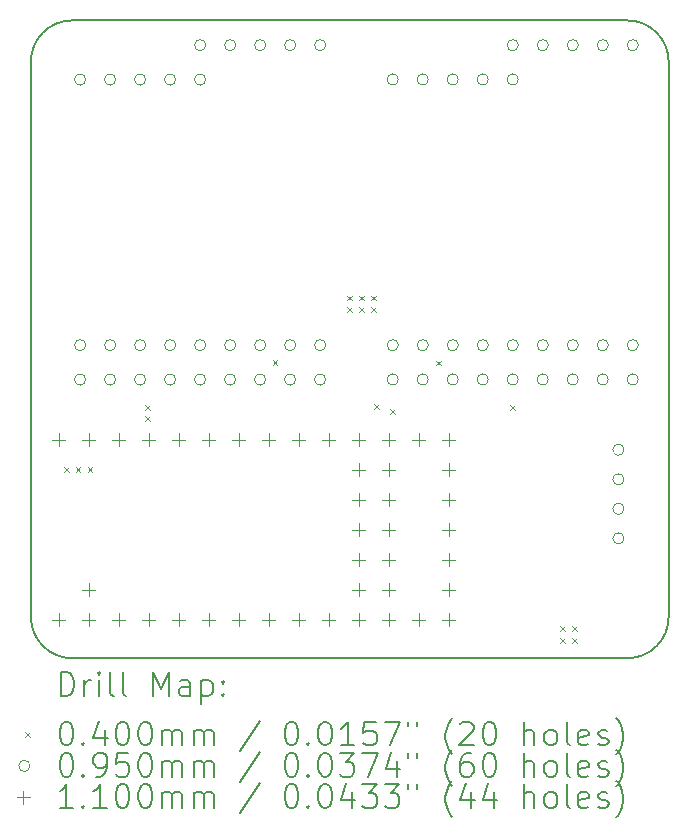
<source format=gbr>
%TF.GenerationSoftware,KiCad,Pcbnew,9.0.0*%
%TF.CreationDate,2025-04-17T11:42:54-07:00*%
%TF.ProjectId,Teensy_Telemetry_Compact,5465656e-7379-45f5-9465-6c656d657472,rev?*%
%TF.SameCoordinates,Original*%
%TF.FileFunction,Drillmap*%
%TF.FilePolarity,Positive*%
%FSLAX45Y45*%
G04 Gerber Fmt 4.5, Leading zero omitted, Abs format (unit mm)*
G04 Created by KiCad (PCBNEW 9.0.0) date 2025-04-17 11:42:54*
%MOMM*%
%LPD*%
G01*
G04 APERTURE LIST*
%ADD10C,0.150000*%
%ADD11C,0.200000*%
%ADD12C,0.100000*%
%ADD13C,0.110000*%
G04 APERTURE END LIST*
D10*
X12950000Y-13850000D02*
X8250000Y-13850000D01*
X7900000Y-8800000D02*
G75*
G02*
X8250000Y-8450000I350000J0D01*
G01*
X7900000Y-13500000D02*
X7900000Y-8800000D01*
X13300000Y-13500000D02*
G75*
G02*
X12950000Y-13850000I-350000J0D01*
G01*
X12950000Y-8450000D02*
G75*
G02*
X13300000Y-8800000I0J-350000D01*
G01*
X8250000Y-13850000D02*
G75*
G02*
X7900000Y-13500000I0J350000D01*
G01*
X8250000Y-8450000D02*
X12950000Y-8450000D01*
X13300000Y-8800000D02*
X13300000Y-13500000D01*
D11*
D12*
X8180000Y-12230000D02*
X8220000Y-12270000D01*
X8220000Y-12230000D02*
X8180000Y-12270000D01*
X8280000Y-12230000D02*
X8320000Y-12270000D01*
X8320000Y-12230000D02*
X8280000Y-12270000D01*
X8380000Y-12230000D02*
X8420000Y-12270000D01*
X8420000Y-12230000D02*
X8380000Y-12270000D01*
X8870000Y-11710000D02*
X8910000Y-11750000D01*
X8910000Y-11710000D02*
X8870000Y-11750000D01*
X8870000Y-11800000D02*
X8910000Y-11840000D01*
X8910000Y-11800000D02*
X8870000Y-11840000D01*
X9948000Y-11326000D02*
X9988000Y-11366000D01*
X9988000Y-11326000D02*
X9948000Y-11366000D01*
X10580000Y-10780000D02*
X10620000Y-10820000D01*
X10620000Y-10780000D02*
X10580000Y-10820000D01*
X10580000Y-10880000D02*
X10620000Y-10920000D01*
X10620000Y-10880000D02*
X10580000Y-10920000D01*
X10680000Y-10780000D02*
X10720000Y-10820000D01*
X10720000Y-10780000D02*
X10680000Y-10820000D01*
X10680000Y-10880000D02*
X10720000Y-10920000D01*
X10720000Y-10880000D02*
X10680000Y-10920000D01*
X10780000Y-10780000D02*
X10820000Y-10820000D01*
X10820000Y-10780000D02*
X10780000Y-10820000D01*
X10780000Y-10880000D02*
X10820000Y-10920000D01*
X10820000Y-10880000D02*
X10780000Y-10920000D01*
X10807500Y-11700000D02*
X10847500Y-11740000D01*
X10847500Y-11700000D02*
X10807500Y-11740000D01*
X10940000Y-11740000D02*
X10980000Y-11780000D01*
X10980000Y-11740000D02*
X10940000Y-11780000D01*
X11330000Y-11330000D02*
X11370000Y-11370000D01*
X11370000Y-11330000D02*
X11330000Y-11370000D01*
X11960000Y-11705000D02*
X12000000Y-11745000D01*
X12000000Y-11705000D02*
X11960000Y-11745000D01*
X12380000Y-13580000D02*
X12420000Y-13620000D01*
X12420000Y-13580000D02*
X12380000Y-13620000D01*
X12380000Y-13680000D02*
X12420000Y-13720000D01*
X12420000Y-13680000D02*
X12380000Y-13720000D01*
X12480000Y-13580000D02*
X12520000Y-13620000D01*
X12520000Y-13580000D02*
X12480000Y-13620000D01*
X12480000Y-13680000D02*
X12520000Y-13720000D01*
X12520000Y-13680000D02*
X12480000Y-13720000D01*
X8365000Y-8950500D02*
G75*
G02*
X8270000Y-8950500I-47500J0D01*
G01*
X8270000Y-8950500D02*
G75*
G02*
X8365000Y-8950500I47500J0D01*
G01*
X8365000Y-11200000D02*
G75*
G02*
X8270000Y-11200000I-47500J0D01*
G01*
X8270000Y-11200000D02*
G75*
G02*
X8365000Y-11200000I47500J0D01*
G01*
X8365000Y-11490500D02*
G75*
G02*
X8270000Y-11490500I-47500J0D01*
G01*
X8270000Y-11490500D02*
G75*
G02*
X8365000Y-11490500I47500J0D01*
G01*
X8619000Y-8950500D02*
G75*
G02*
X8524000Y-8950500I-47500J0D01*
G01*
X8524000Y-8950500D02*
G75*
G02*
X8619000Y-8950500I47500J0D01*
G01*
X8619000Y-11200000D02*
G75*
G02*
X8524000Y-11200000I-47500J0D01*
G01*
X8524000Y-11200000D02*
G75*
G02*
X8619000Y-11200000I47500J0D01*
G01*
X8619000Y-11490500D02*
G75*
G02*
X8524000Y-11490500I-47500J0D01*
G01*
X8524000Y-11490500D02*
G75*
G02*
X8619000Y-11490500I47500J0D01*
G01*
X8873000Y-8950500D02*
G75*
G02*
X8778000Y-8950500I-47500J0D01*
G01*
X8778000Y-8950500D02*
G75*
G02*
X8873000Y-8950500I47500J0D01*
G01*
X8873000Y-11200000D02*
G75*
G02*
X8778000Y-11200000I-47500J0D01*
G01*
X8778000Y-11200000D02*
G75*
G02*
X8873000Y-11200000I47500J0D01*
G01*
X8873000Y-11490500D02*
G75*
G02*
X8778000Y-11490500I-47500J0D01*
G01*
X8778000Y-11490500D02*
G75*
G02*
X8873000Y-11490500I47500J0D01*
G01*
X9127000Y-8950500D02*
G75*
G02*
X9032000Y-8950500I-47500J0D01*
G01*
X9032000Y-8950500D02*
G75*
G02*
X9127000Y-8950500I47500J0D01*
G01*
X9127000Y-11200000D02*
G75*
G02*
X9032000Y-11200000I-47500J0D01*
G01*
X9032000Y-11200000D02*
G75*
G02*
X9127000Y-11200000I47500J0D01*
G01*
X9127000Y-11490500D02*
G75*
G02*
X9032000Y-11490500I-47500J0D01*
G01*
X9032000Y-11490500D02*
G75*
G02*
X9127000Y-11490500I47500J0D01*
G01*
X9381000Y-8660000D02*
G75*
G02*
X9286000Y-8660000I-47500J0D01*
G01*
X9286000Y-8660000D02*
G75*
G02*
X9381000Y-8660000I47500J0D01*
G01*
X9381000Y-8950500D02*
G75*
G02*
X9286000Y-8950500I-47500J0D01*
G01*
X9286000Y-8950500D02*
G75*
G02*
X9381000Y-8950500I47500J0D01*
G01*
X9381000Y-11200000D02*
G75*
G02*
X9286000Y-11200000I-47500J0D01*
G01*
X9286000Y-11200000D02*
G75*
G02*
X9381000Y-11200000I47500J0D01*
G01*
X9381000Y-11490500D02*
G75*
G02*
X9286000Y-11490500I-47500J0D01*
G01*
X9286000Y-11490500D02*
G75*
G02*
X9381000Y-11490500I47500J0D01*
G01*
X9635000Y-8660000D02*
G75*
G02*
X9540000Y-8660000I-47500J0D01*
G01*
X9540000Y-8660000D02*
G75*
G02*
X9635000Y-8660000I47500J0D01*
G01*
X9635000Y-11200000D02*
G75*
G02*
X9540000Y-11200000I-47500J0D01*
G01*
X9540000Y-11200000D02*
G75*
G02*
X9635000Y-11200000I47500J0D01*
G01*
X9635000Y-11490500D02*
G75*
G02*
X9540000Y-11490500I-47500J0D01*
G01*
X9540000Y-11490500D02*
G75*
G02*
X9635000Y-11490500I47500J0D01*
G01*
X9889000Y-8660000D02*
G75*
G02*
X9794000Y-8660000I-47500J0D01*
G01*
X9794000Y-8660000D02*
G75*
G02*
X9889000Y-8660000I47500J0D01*
G01*
X9889000Y-11200000D02*
G75*
G02*
X9794000Y-11200000I-47500J0D01*
G01*
X9794000Y-11200000D02*
G75*
G02*
X9889000Y-11200000I47500J0D01*
G01*
X9889000Y-11490500D02*
G75*
G02*
X9794000Y-11490500I-47500J0D01*
G01*
X9794000Y-11490500D02*
G75*
G02*
X9889000Y-11490500I47500J0D01*
G01*
X10143000Y-8660000D02*
G75*
G02*
X10048000Y-8660000I-47500J0D01*
G01*
X10048000Y-8660000D02*
G75*
G02*
X10143000Y-8660000I47500J0D01*
G01*
X10143000Y-11200000D02*
G75*
G02*
X10048000Y-11200000I-47500J0D01*
G01*
X10048000Y-11200000D02*
G75*
G02*
X10143000Y-11200000I47500J0D01*
G01*
X10143000Y-11490500D02*
G75*
G02*
X10048000Y-11490500I-47500J0D01*
G01*
X10048000Y-11490500D02*
G75*
G02*
X10143000Y-11490500I47500J0D01*
G01*
X10397000Y-8660000D02*
G75*
G02*
X10302000Y-8660000I-47500J0D01*
G01*
X10302000Y-8660000D02*
G75*
G02*
X10397000Y-8660000I47500J0D01*
G01*
X10397000Y-11200000D02*
G75*
G02*
X10302000Y-11200000I-47500J0D01*
G01*
X10302000Y-11200000D02*
G75*
G02*
X10397000Y-11200000I47500J0D01*
G01*
X10397000Y-11490500D02*
G75*
G02*
X10302000Y-11490500I-47500J0D01*
G01*
X10302000Y-11490500D02*
G75*
G02*
X10397000Y-11490500I47500J0D01*
G01*
X11011500Y-8950000D02*
G75*
G02*
X10916500Y-8950000I-47500J0D01*
G01*
X10916500Y-8950000D02*
G75*
G02*
X11011500Y-8950000I47500J0D01*
G01*
X11011500Y-11200000D02*
G75*
G02*
X10916500Y-11200000I-47500J0D01*
G01*
X10916500Y-11200000D02*
G75*
G02*
X11011500Y-11200000I47500J0D01*
G01*
X11011500Y-11490000D02*
G75*
G02*
X10916500Y-11490000I-47500J0D01*
G01*
X10916500Y-11490000D02*
G75*
G02*
X11011500Y-11490000I47500J0D01*
G01*
X11265500Y-8950000D02*
G75*
G02*
X11170500Y-8950000I-47500J0D01*
G01*
X11170500Y-8950000D02*
G75*
G02*
X11265500Y-8950000I47500J0D01*
G01*
X11265500Y-11200000D02*
G75*
G02*
X11170500Y-11200000I-47500J0D01*
G01*
X11170500Y-11200000D02*
G75*
G02*
X11265500Y-11200000I47500J0D01*
G01*
X11265500Y-11490000D02*
G75*
G02*
X11170500Y-11490000I-47500J0D01*
G01*
X11170500Y-11490000D02*
G75*
G02*
X11265500Y-11490000I47500J0D01*
G01*
X11519500Y-8950000D02*
G75*
G02*
X11424500Y-8950000I-47500J0D01*
G01*
X11424500Y-8950000D02*
G75*
G02*
X11519500Y-8950000I47500J0D01*
G01*
X11519500Y-11200000D02*
G75*
G02*
X11424500Y-11200000I-47500J0D01*
G01*
X11424500Y-11200000D02*
G75*
G02*
X11519500Y-11200000I47500J0D01*
G01*
X11519500Y-11490000D02*
G75*
G02*
X11424500Y-11490000I-47500J0D01*
G01*
X11424500Y-11490000D02*
G75*
G02*
X11519500Y-11490000I47500J0D01*
G01*
X11773500Y-8950000D02*
G75*
G02*
X11678500Y-8950000I-47500J0D01*
G01*
X11678500Y-8950000D02*
G75*
G02*
X11773500Y-8950000I47500J0D01*
G01*
X11773500Y-11200000D02*
G75*
G02*
X11678500Y-11200000I-47500J0D01*
G01*
X11678500Y-11200000D02*
G75*
G02*
X11773500Y-11200000I47500J0D01*
G01*
X11773500Y-11490000D02*
G75*
G02*
X11678500Y-11490000I-47500J0D01*
G01*
X11678500Y-11490000D02*
G75*
G02*
X11773500Y-11490000I47500J0D01*
G01*
X12027500Y-8660000D02*
G75*
G02*
X11932500Y-8660000I-47500J0D01*
G01*
X11932500Y-8660000D02*
G75*
G02*
X12027500Y-8660000I47500J0D01*
G01*
X12027500Y-8950000D02*
G75*
G02*
X11932500Y-8950000I-47500J0D01*
G01*
X11932500Y-8950000D02*
G75*
G02*
X12027500Y-8950000I47500J0D01*
G01*
X12027500Y-11200000D02*
G75*
G02*
X11932500Y-11200000I-47500J0D01*
G01*
X11932500Y-11200000D02*
G75*
G02*
X12027500Y-11200000I47500J0D01*
G01*
X12027500Y-11490000D02*
G75*
G02*
X11932500Y-11490000I-47500J0D01*
G01*
X11932500Y-11490000D02*
G75*
G02*
X12027500Y-11490000I47500J0D01*
G01*
X12281500Y-8660000D02*
G75*
G02*
X12186500Y-8660000I-47500J0D01*
G01*
X12186500Y-8660000D02*
G75*
G02*
X12281500Y-8660000I47500J0D01*
G01*
X12281500Y-11200000D02*
G75*
G02*
X12186500Y-11200000I-47500J0D01*
G01*
X12186500Y-11200000D02*
G75*
G02*
X12281500Y-11200000I47500J0D01*
G01*
X12281500Y-11490000D02*
G75*
G02*
X12186500Y-11490000I-47500J0D01*
G01*
X12186500Y-11490000D02*
G75*
G02*
X12281500Y-11490000I47500J0D01*
G01*
X12535500Y-8660000D02*
G75*
G02*
X12440500Y-8660000I-47500J0D01*
G01*
X12440500Y-8660000D02*
G75*
G02*
X12535500Y-8660000I47500J0D01*
G01*
X12535500Y-11200000D02*
G75*
G02*
X12440500Y-11200000I-47500J0D01*
G01*
X12440500Y-11200000D02*
G75*
G02*
X12535500Y-11200000I47500J0D01*
G01*
X12535500Y-11490000D02*
G75*
G02*
X12440500Y-11490000I-47500J0D01*
G01*
X12440500Y-11490000D02*
G75*
G02*
X12535500Y-11490000I47500J0D01*
G01*
X12789500Y-8660000D02*
G75*
G02*
X12694500Y-8660000I-47500J0D01*
G01*
X12694500Y-8660000D02*
G75*
G02*
X12789500Y-8660000I47500J0D01*
G01*
X12789500Y-11200000D02*
G75*
G02*
X12694500Y-11200000I-47500J0D01*
G01*
X12694500Y-11200000D02*
G75*
G02*
X12789500Y-11200000I47500J0D01*
G01*
X12789500Y-11490000D02*
G75*
G02*
X12694500Y-11490000I-47500J0D01*
G01*
X12694500Y-11490000D02*
G75*
G02*
X12789500Y-11490000I47500J0D01*
G01*
X12922500Y-12085000D02*
G75*
G02*
X12827500Y-12085000I-47500J0D01*
G01*
X12827500Y-12085000D02*
G75*
G02*
X12922500Y-12085000I47500J0D01*
G01*
X12922500Y-12335000D02*
G75*
G02*
X12827500Y-12335000I-47500J0D01*
G01*
X12827500Y-12335000D02*
G75*
G02*
X12922500Y-12335000I47500J0D01*
G01*
X12922500Y-12585000D02*
G75*
G02*
X12827500Y-12585000I-47500J0D01*
G01*
X12827500Y-12585000D02*
G75*
G02*
X12922500Y-12585000I47500J0D01*
G01*
X12922500Y-12835000D02*
G75*
G02*
X12827500Y-12835000I-47500J0D01*
G01*
X12827500Y-12835000D02*
G75*
G02*
X12922500Y-12835000I47500J0D01*
G01*
X13043500Y-8660000D02*
G75*
G02*
X12948500Y-8660000I-47500J0D01*
G01*
X12948500Y-8660000D02*
G75*
G02*
X13043500Y-8660000I47500J0D01*
G01*
X13043500Y-11200000D02*
G75*
G02*
X12948500Y-11200000I-47500J0D01*
G01*
X12948500Y-11200000D02*
G75*
G02*
X13043500Y-11200000I47500J0D01*
G01*
X13043500Y-11490000D02*
G75*
G02*
X12948500Y-11490000I-47500J0D01*
G01*
X12948500Y-11490000D02*
G75*
G02*
X13043500Y-11490000I47500J0D01*
G01*
D13*
X8138000Y-11945000D02*
X8138000Y-12055000D01*
X8083000Y-12000000D02*
X8193000Y-12000000D01*
X8138000Y-13469000D02*
X8138000Y-13579000D01*
X8083000Y-13524000D02*
X8193000Y-13524000D01*
X8392000Y-11945000D02*
X8392000Y-12055000D01*
X8337000Y-12000000D02*
X8447000Y-12000000D01*
X8392000Y-13215000D02*
X8392000Y-13325000D01*
X8337000Y-13270000D02*
X8447000Y-13270000D01*
X8392000Y-13469000D02*
X8392000Y-13579000D01*
X8337000Y-13524000D02*
X8447000Y-13524000D01*
X8646000Y-11945000D02*
X8646000Y-12055000D01*
X8591000Y-12000000D02*
X8701000Y-12000000D01*
X8646000Y-13469000D02*
X8646000Y-13579000D01*
X8591000Y-13524000D02*
X8701000Y-13524000D01*
X8900000Y-11945000D02*
X8900000Y-12055000D01*
X8845000Y-12000000D02*
X8955000Y-12000000D01*
X8900000Y-13469000D02*
X8900000Y-13579000D01*
X8845000Y-13524000D02*
X8955000Y-13524000D01*
X9154000Y-11945000D02*
X9154000Y-12055000D01*
X9099000Y-12000000D02*
X9209000Y-12000000D01*
X9154000Y-13469000D02*
X9154000Y-13579000D01*
X9099000Y-13524000D02*
X9209000Y-13524000D01*
X9408000Y-11945000D02*
X9408000Y-12055000D01*
X9353000Y-12000000D02*
X9463000Y-12000000D01*
X9408000Y-13469000D02*
X9408000Y-13579000D01*
X9353000Y-13524000D02*
X9463000Y-13524000D01*
X9662000Y-11945000D02*
X9662000Y-12055000D01*
X9607000Y-12000000D02*
X9717000Y-12000000D01*
X9662000Y-13469000D02*
X9662000Y-13579000D01*
X9607000Y-13524000D02*
X9717000Y-13524000D01*
X9916000Y-11945000D02*
X9916000Y-12055000D01*
X9861000Y-12000000D02*
X9971000Y-12000000D01*
X9916000Y-13469000D02*
X9916000Y-13579000D01*
X9861000Y-13524000D02*
X9971000Y-13524000D01*
X10170000Y-11945000D02*
X10170000Y-12055000D01*
X10115000Y-12000000D02*
X10225000Y-12000000D01*
X10170000Y-13469000D02*
X10170000Y-13579000D01*
X10115000Y-13524000D02*
X10225000Y-13524000D01*
X10424000Y-11945000D02*
X10424000Y-12055000D01*
X10369000Y-12000000D02*
X10479000Y-12000000D01*
X10424000Y-13469000D02*
X10424000Y-13579000D01*
X10369000Y-13524000D02*
X10479000Y-13524000D01*
X10678000Y-11945000D02*
X10678000Y-12055000D01*
X10623000Y-12000000D02*
X10733000Y-12000000D01*
X10678000Y-12199000D02*
X10678000Y-12309000D01*
X10623000Y-12254000D02*
X10733000Y-12254000D01*
X10678000Y-12453000D02*
X10678000Y-12563000D01*
X10623000Y-12508000D02*
X10733000Y-12508000D01*
X10678000Y-12707000D02*
X10678000Y-12817000D01*
X10623000Y-12762000D02*
X10733000Y-12762000D01*
X10678000Y-12961000D02*
X10678000Y-13071000D01*
X10623000Y-13016000D02*
X10733000Y-13016000D01*
X10678000Y-13215000D02*
X10678000Y-13325000D01*
X10623000Y-13270000D02*
X10733000Y-13270000D01*
X10678000Y-13469000D02*
X10678000Y-13579000D01*
X10623000Y-13524000D02*
X10733000Y-13524000D01*
X10932000Y-11945000D02*
X10932000Y-12055000D01*
X10877000Y-12000000D02*
X10987000Y-12000000D01*
X10932000Y-12199000D02*
X10932000Y-12309000D01*
X10877000Y-12254000D02*
X10987000Y-12254000D01*
X10932000Y-12453000D02*
X10932000Y-12563000D01*
X10877000Y-12508000D02*
X10987000Y-12508000D01*
X10932000Y-12707000D02*
X10932000Y-12817000D01*
X10877000Y-12762000D02*
X10987000Y-12762000D01*
X10932000Y-12961000D02*
X10932000Y-13071000D01*
X10877000Y-13016000D02*
X10987000Y-13016000D01*
X10932000Y-13215000D02*
X10932000Y-13325000D01*
X10877000Y-13270000D02*
X10987000Y-13270000D01*
X10932000Y-13469000D02*
X10932000Y-13579000D01*
X10877000Y-13524000D02*
X10987000Y-13524000D01*
X11186000Y-11945000D02*
X11186000Y-12055000D01*
X11131000Y-12000000D02*
X11241000Y-12000000D01*
X11186000Y-13469000D02*
X11186000Y-13579000D01*
X11131000Y-13524000D02*
X11241000Y-13524000D01*
X11440000Y-11945000D02*
X11440000Y-12055000D01*
X11385000Y-12000000D02*
X11495000Y-12000000D01*
X11440000Y-12199000D02*
X11440000Y-12309000D01*
X11385000Y-12254000D02*
X11495000Y-12254000D01*
X11440000Y-12453000D02*
X11440000Y-12563000D01*
X11385000Y-12508000D02*
X11495000Y-12508000D01*
X11440000Y-12707000D02*
X11440000Y-12817000D01*
X11385000Y-12762000D02*
X11495000Y-12762000D01*
X11440000Y-12961000D02*
X11440000Y-13071000D01*
X11385000Y-13016000D02*
X11495000Y-13016000D01*
X11440000Y-13215000D02*
X11440000Y-13325000D01*
X11385000Y-13270000D02*
X11495000Y-13270000D01*
X11440000Y-13469000D02*
X11440000Y-13579000D01*
X11385000Y-13524000D02*
X11495000Y-13524000D01*
D11*
X8153277Y-14168984D02*
X8153277Y-13968984D01*
X8153277Y-13968984D02*
X8200896Y-13968984D01*
X8200896Y-13968984D02*
X8229467Y-13978508D01*
X8229467Y-13978508D02*
X8248515Y-13997555D01*
X8248515Y-13997555D02*
X8258039Y-14016603D01*
X8258039Y-14016603D02*
X8267562Y-14054698D01*
X8267562Y-14054698D02*
X8267562Y-14083269D01*
X8267562Y-14083269D02*
X8258039Y-14121365D01*
X8258039Y-14121365D02*
X8248515Y-14140412D01*
X8248515Y-14140412D02*
X8229467Y-14159460D01*
X8229467Y-14159460D02*
X8200896Y-14168984D01*
X8200896Y-14168984D02*
X8153277Y-14168984D01*
X8353277Y-14168984D02*
X8353277Y-14035650D01*
X8353277Y-14073746D02*
X8362801Y-14054698D01*
X8362801Y-14054698D02*
X8372324Y-14045174D01*
X8372324Y-14045174D02*
X8391372Y-14035650D01*
X8391372Y-14035650D02*
X8410420Y-14035650D01*
X8477086Y-14168984D02*
X8477086Y-14035650D01*
X8477086Y-13968984D02*
X8467563Y-13978508D01*
X8467563Y-13978508D02*
X8477086Y-13988031D01*
X8477086Y-13988031D02*
X8486610Y-13978508D01*
X8486610Y-13978508D02*
X8477086Y-13968984D01*
X8477086Y-13968984D02*
X8477086Y-13988031D01*
X8600896Y-14168984D02*
X8581848Y-14159460D01*
X8581848Y-14159460D02*
X8572324Y-14140412D01*
X8572324Y-14140412D02*
X8572324Y-13968984D01*
X8705658Y-14168984D02*
X8686610Y-14159460D01*
X8686610Y-14159460D02*
X8677086Y-14140412D01*
X8677086Y-14140412D02*
X8677086Y-13968984D01*
X8934229Y-14168984D02*
X8934229Y-13968984D01*
X8934229Y-13968984D02*
X9000896Y-14111841D01*
X9000896Y-14111841D02*
X9067563Y-13968984D01*
X9067563Y-13968984D02*
X9067563Y-14168984D01*
X9248515Y-14168984D02*
X9248515Y-14064222D01*
X9248515Y-14064222D02*
X9238991Y-14045174D01*
X9238991Y-14045174D02*
X9219944Y-14035650D01*
X9219944Y-14035650D02*
X9181848Y-14035650D01*
X9181848Y-14035650D02*
X9162801Y-14045174D01*
X9248515Y-14159460D02*
X9229467Y-14168984D01*
X9229467Y-14168984D02*
X9181848Y-14168984D01*
X9181848Y-14168984D02*
X9162801Y-14159460D01*
X9162801Y-14159460D02*
X9153277Y-14140412D01*
X9153277Y-14140412D02*
X9153277Y-14121365D01*
X9153277Y-14121365D02*
X9162801Y-14102317D01*
X9162801Y-14102317D02*
X9181848Y-14092793D01*
X9181848Y-14092793D02*
X9229467Y-14092793D01*
X9229467Y-14092793D02*
X9248515Y-14083269D01*
X9343753Y-14035650D02*
X9343753Y-14235650D01*
X9343753Y-14045174D02*
X9362801Y-14035650D01*
X9362801Y-14035650D02*
X9400896Y-14035650D01*
X9400896Y-14035650D02*
X9419944Y-14045174D01*
X9419944Y-14045174D02*
X9429467Y-14054698D01*
X9429467Y-14054698D02*
X9438991Y-14073746D01*
X9438991Y-14073746D02*
X9438991Y-14130888D01*
X9438991Y-14130888D02*
X9429467Y-14149936D01*
X9429467Y-14149936D02*
X9419944Y-14159460D01*
X9419944Y-14159460D02*
X9400896Y-14168984D01*
X9400896Y-14168984D02*
X9362801Y-14168984D01*
X9362801Y-14168984D02*
X9343753Y-14159460D01*
X9524705Y-14149936D02*
X9534229Y-14159460D01*
X9534229Y-14159460D02*
X9524705Y-14168984D01*
X9524705Y-14168984D02*
X9515182Y-14159460D01*
X9515182Y-14159460D02*
X9524705Y-14149936D01*
X9524705Y-14149936D02*
X9524705Y-14168984D01*
X9524705Y-14045174D02*
X9534229Y-14054698D01*
X9534229Y-14054698D02*
X9524705Y-14064222D01*
X9524705Y-14064222D02*
X9515182Y-14054698D01*
X9515182Y-14054698D02*
X9524705Y-14045174D01*
X9524705Y-14045174D02*
X9524705Y-14064222D01*
D12*
X7852500Y-14477500D02*
X7892500Y-14517500D01*
X7892500Y-14477500D02*
X7852500Y-14517500D01*
D11*
X8191372Y-14388984D02*
X8210420Y-14388984D01*
X8210420Y-14388984D02*
X8229467Y-14398508D01*
X8229467Y-14398508D02*
X8238991Y-14408031D01*
X8238991Y-14408031D02*
X8248515Y-14427079D01*
X8248515Y-14427079D02*
X8258039Y-14465174D01*
X8258039Y-14465174D02*
X8258039Y-14512793D01*
X8258039Y-14512793D02*
X8248515Y-14550888D01*
X8248515Y-14550888D02*
X8238991Y-14569936D01*
X8238991Y-14569936D02*
X8229467Y-14579460D01*
X8229467Y-14579460D02*
X8210420Y-14588984D01*
X8210420Y-14588984D02*
X8191372Y-14588984D01*
X8191372Y-14588984D02*
X8172324Y-14579460D01*
X8172324Y-14579460D02*
X8162801Y-14569936D01*
X8162801Y-14569936D02*
X8153277Y-14550888D01*
X8153277Y-14550888D02*
X8143753Y-14512793D01*
X8143753Y-14512793D02*
X8143753Y-14465174D01*
X8143753Y-14465174D02*
X8153277Y-14427079D01*
X8153277Y-14427079D02*
X8162801Y-14408031D01*
X8162801Y-14408031D02*
X8172324Y-14398508D01*
X8172324Y-14398508D02*
X8191372Y-14388984D01*
X8343753Y-14569936D02*
X8353277Y-14579460D01*
X8353277Y-14579460D02*
X8343753Y-14588984D01*
X8343753Y-14588984D02*
X8334229Y-14579460D01*
X8334229Y-14579460D02*
X8343753Y-14569936D01*
X8343753Y-14569936D02*
X8343753Y-14588984D01*
X8524705Y-14455650D02*
X8524705Y-14588984D01*
X8477086Y-14379460D02*
X8429467Y-14522317D01*
X8429467Y-14522317D02*
X8553277Y-14522317D01*
X8667563Y-14388984D02*
X8686610Y-14388984D01*
X8686610Y-14388984D02*
X8705658Y-14398508D01*
X8705658Y-14398508D02*
X8715182Y-14408031D01*
X8715182Y-14408031D02*
X8724705Y-14427079D01*
X8724705Y-14427079D02*
X8734229Y-14465174D01*
X8734229Y-14465174D02*
X8734229Y-14512793D01*
X8734229Y-14512793D02*
X8724705Y-14550888D01*
X8724705Y-14550888D02*
X8715182Y-14569936D01*
X8715182Y-14569936D02*
X8705658Y-14579460D01*
X8705658Y-14579460D02*
X8686610Y-14588984D01*
X8686610Y-14588984D02*
X8667563Y-14588984D01*
X8667563Y-14588984D02*
X8648515Y-14579460D01*
X8648515Y-14579460D02*
X8638991Y-14569936D01*
X8638991Y-14569936D02*
X8629467Y-14550888D01*
X8629467Y-14550888D02*
X8619944Y-14512793D01*
X8619944Y-14512793D02*
X8619944Y-14465174D01*
X8619944Y-14465174D02*
X8629467Y-14427079D01*
X8629467Y-14427079D02*
X8638991Y-14408031D01*
X8638991Y-14408031D02*
X8648515Y-14398508D01*
X8648515Y-14398508D02*
X8667563Y-14388984D01*
X8858039Y-14388984D02*
X8877086Y-14388984D01*
X8877086Y-14388984D02*
X8896134Y-14398508D01*
X8896134Y-14398508D02*
X8905658Y-14408031D01*
X8905658Y-14408031D02*
X8915182Y-14427079D01*
X8915182Y-14427079D02*
X8924705Y-14465174D01*
X8924705Y-14465174D02*
X8924705Y-14512793D01*
X8924705Y-14512793D02*
X8915182Y-14550888D01*
X8915182Y-14550888D02*
X8905658Y-14569936D01*
X8905658Y-14569936D02*
X8896134Y-14579460D01*
X8896134Y-14579460D02*
X8877086Y-14588984D01*
X8877086Y-14588984D02*
X8858039Y-14588984D01*
X8858039Y-14588984D02*
X8838991Y-14579460D01*
X8838991Y-14579460D02*
X8829467Y-14569936D01*
X8829467Y-14569936D02*
X8819944Y-14550888D01*
X8819944Y-14550888D02*
X8810420Y-14512793D01*
X8810420Y-14512793D02*
X8810420Y-14465174D01*
X8810420Y-14465174D02*
X8819944Y-14427079D01*
X8819944Y-14427079D02*
X8829467Y-14408031D01*
X8829467Y-14408031D02*
X8838991Y-14398508D01*
X8838991Y-14398508D02*
X8858039Y-14388984D01*
X9010420Y-14588984D02*
X9010420Y-14455650D01*
X9010420Y-14474698D02*
X9019944Y-14465174D01*
X9019944Y-14465174D02*
X9038991Y-14455650D01*
X9038991Y-14455650D02*
X9067563Y-14455650D01*
X9067563Y-14455650D02*
X9086610Y-14465174D01*
X9086610Y-14465174D02*
X9096134Y-14484222D01*
X9096134Y-14484222D02*
X9096134Y-14588984D01*
X9096134Y-14484222D02*
X9105658Y-14465174D01*
X9105658Y-14465174D02*
X9124705Y-14455650D01*
X9124705Y-14455650D02*
X9153277Y-14455650D01*
X9153277Y-14455650D02*
X9172325Y-14465174D01*
X9172325Y-14465174D02*
X9181848Y-14484222D01*
X9181848Y-14484222D02*
X9181848Y-14588984D01*
X9277086Y-14588984D02*
X9277086Y-14455650D01*
X9277086Y-14474698D02*
X9286610Y-14465174D01*
X9286610Y-14465174D02*
X9305658Y-14455650D01*
X9305658Y-14455650D02*
X9334229Y-14455650D01*
X9334229Y-14455650D02*
X9353277Y-14465174D01*
X9353277Y-14465174D02*
X9362801Y-14484222D01*
X9362801Y-14484222D02*
X9362801Y-14588984D01*
X9362801Y-14484222D02*
X9372325Y-14465174D01*
X9372325Y-14465174D02*
X9391372Y-14455650D01*
X9391372Y-14455650D02*
X9419944Y-14455650D01*
X9419944Y-14455650D02*
X9438991Y-14465174D01*
X9438991Y-14465174D02*
X9448515Y-14484222D01*
X9448515Y-14484222D02*
X9448515Y-14588984D01*
X9838991Y-14379460D02*
X9667563Y-14636603D01*
X10096134Y-14388984D02*
X10115182Y-14388984D01*
X10115182Y-14388984D02*
X10134229Y-14398508D01*
X10134229Y-14398508D02*
X10143753Y-14408031D01*
X10143753Y-14408031D02*
X10153277Y-14427079D01*
X10153277Y-14427079D02*
X10162801Y-14465174D01*
X10162801Y-14465174D02*
X10162801Y-14512793D01*
X10162801Y-14512793D02*
X10153277Y-14550888D01*
X10153277Y-14550888D02*
X10143753Y-14569936D01*
X10143753Y-14569936D02*
X10134229Y-14579460D01*
X10134229Y-14579460D02*
X10115182Y-14588984D01*
X10115182Y-14588984D02*
X10096134Y-14588984D01*
X10096134Y-14588984D02*
X10077087Y-14579460D01*
X10077087Y-14579460D02*
X10067563Y-14569936D01*
X10067563Y-14569936D02*
X10058039Y-14550888D01*
X10058039Y-14550888D02*
X10048515Y-14512793D01*
X10048515Y-14512793D02*
X10048515Y-14465174D01*
X10048515Y-14465174D02*
X10058039Y-14427079D01*
X10058039Y-14427079D02*
X10067563Y-14408031D01*
X10067563Y-14408031D02*
X10077087Y-14398508D01*
X10077087Y-14398508D02*
X10096134Y-14388984D01*
X10248515Y-14569936D02*
X10258039Y-14579460D01*
X10258039Y-14579460D02*
X10248515Y-14588984D01*
X10248515Y-14588984D02*
X10238991Y-14579460D01*
X10238991Y-14579460D02*
X10248515Y-14569936D01*
X10248515Y-14569936D02*
X10248515Y-14588984D01*
X10381848Y-14388984D02*
X10400896Y-14388984D01*
X10400896Y-14388984D02*
X10419944Y-14398508D01*
X10419944Y-14398508D02*
X10429468Y-14408031D01*
X10429468Y-14408031D02*
X10438991Y-14427079D01*
X10438991Y-14427079D02*
X10448515Y-14465174D01*
X10448515Y-14465174D02*
X10448515Y-14512793D01*
X10448515Y-14512793D02*
X10438991Y-14550888D01*
X10438991Y-14550888D02*
X10429468Y-14569936D01*
X10429468Y-14569936D02*
X10419944Y-14579460D01*
X10419944Y-14579460D02*
X10400896Y-14588984D01*
X10400896Y-14588984D02*
X10381848Y-14588984D01*
X10381848Y-14588984D02*
X10362801Y-14579460D01*
X10362801Y-14579460D02*
X10353277Y-14569936D01*
X10353277Y-14569936D02*
X10343753Y-14550888D01*
X10343753Y-14550888D02*
X10334229Y-14512793D01*
X10334229Y-14512793D02*
X10334229Y-14465174D01*
X10334229Y-14465174D02*
X10343753Y-14427079D01*
X10343753Y-14427079D02*
X10353277Y-14408031D01*
X10353277Y-14408031D02*
X10362801Y-14398508D01*
X10362801Y-14398508D02*
X10381848Y-14388984D01*
X10638991Y-14588984D02*
X10524706Y-14588984D01*
X10581848Y-14588984D02*
X10581848Y-14388984D01*
X10581848Y-14388984D02*
X10562801Y-14417555D01*
X10562801Y-14417555D02*
X10543753Y-14436603D01*
X10543753Y-14436603D02*
X10524706Y-14446127D01*
X10819944Y-14388984D02*
X10724706Y-14388984D01*
X10724706Y-14388984D02*
X10715182Y-14484222D01*
X10715182Y-14484222D02*
X10724706Y-14474698D01*
X10724706Y-14474698D02*
X10743753Y-14465174D01*
X10743753Y-14465174D02*
X10791372Y-14465174D01*
X10791372Y-14465174D02*
X10810420Y-14474698D01*
X10810420Y-14474698D02*
X10819944Y-14484222D01*
X10819944Y-14484222D02*
X10829468Y-14503269D01*
X10829468Y-14503269D02*
X10829468Y-14550888D01*
X10829468Y-14550888D02*
X10819944Y-14569936D01*
X10819944Y-14569936D02*
X10810420Y-14579460D01*
X10810420Y-14579460D02*
X10791372Y-14588984D01*
X10791372Y-14588984D02*
X10743753Y-14588984D01*
X10743753Y-14588984D02*
X10724706Y-14579460D01*
X10724706Y-14579460D02*
X10715182Y-14569936D01*
X10896134Y-14388984D02*
X11029468Y-14388984D01*
X11029468Y-14388984D02*
X10943753Y-14588984D01*
X11096134Y-14388984D02*
X11096134Y-14427079D01*
X11172325Y-14388984D02*
X11172325Y-14427079D01*
X11467563Y-14665174D02*
X11458039Y-14655650D01*
X11458039Y-14655650D02*
X11438991Y-14627079D01*
X11438991Y-14627079D02*
X11429468Y-14608031D01*
X11429468Y-14608031D02*
X11419944Y-14579460D01*
X11419944Y-14579460D02*
X11410420Y-14531841D01*
X11410420Y-14531841D02*
X11410420Y-14493746D01*
X11410420Y-14493746D02*
X11419944Y-14446127D01*
X11419944Y-14446127D02*
X11429468Y-14417555D01*
X11429468Y-14417555D02*
X11438991Y-14398508D01*
X11438991Y-14398508D02*
X11458039Y-14369936D01*
X11458039Y-14369936D02*
X11467563Y-14360412D01*
X11534229Y-14408031D02*
X11543753Y-14398508D01*
X11543753Y-14398508D02*
X11562801Y-14388984D01*
X11562801Y-14388984D02*
X11610420Y-14388984D01*
X11610420Y-14388984D02*
X11629468Y-14398508D01*
X11629468Y-14398508D02*
X11638991Y-14408031D01*
X11638991Y-14408031D02*
X11648515Y-14427079D01*
X11648515Y-14427079D02*
X11648515Y-14446127D01*
X11648515Y-14446127D02*
X11638991Y-14474698D01*
X11638991Y-14474698D02*
X11524706Y-14588984D01*
X11524706Y-14588984D02*
X11648515Y-14588984D01*
X11772325Y-14388984D02*
X11791372Y-14388984D01*
X11791372Y-14388984D02*
X11810420Y-14398508D01*
X11810420Y-14398508D02*
X11819944Y-14408031D01*
X11819944Y-14408031D02*
X11829468Y-14427079D01*
X11829468Y-14427079D02*
X11838991Y-14465174D01*
X11838991Y-14465174D02*
X11838991Y-14512793D01*
X11838991Y-14512793D02*
X11829468Y-14550888D01*
X11829468Y-14550888D02*
X11819944Y-14569936D01*
X11819944Y-14569936D02*
X11810420Y-14579460D01*
X11810420Y-14579460D02*
X11791372Y-14588984D01*
X11791372Y-14588984D02*
X11772325Y-14588984D01*
X11772325Y-14588984D02*
X11753277Y-14579460D01*
X11753277Y-14579460D02*
X11743753Y-14569936D01*
X11743753Y-14569936D02*
X11734229Y-14550888D01*
X11734229Y-14550888D02*
X11724706Y-14512793D01*
X11724706Y-14512793D02*
X11724706Y-14465174D01*
X11724706Y-14465174D02*
X11734229Y-14427079D01*
X11734229Y-14427079D02*
X11743753Y-14408031D01*
X11743753Y-14408031D02*
X11753277Y-14398508D01*
X11753277Y-14398508D02*
X11772325Y-14388984D01*
X12077087Y-14588984D02*
X12077087Y-14388984D01*
X12162801Y-14588984D02*
X12162801Y-14484222D01*
X12162801Y-14484222D02*
X12153277Y-14465174D01*
X12153277Y-14465174D02*
X12134230Y-14455650D01*
X12134230Y-14455650D02*
X12105658Y-14455650D01*
X12105658Y-14455650D02*
X12086610Y-14465174D01*
X12086610Y-14465174D02*
X12077087Y-14474698D01*
X12286610Y-14588984D02*
X12267563Y-14579460D01*
X12267563Y-14579460D02*
X12258039Y-14569936D01*
X12258039Y-14569936D02*
X12248515Y-14550888D01*
X12248515Y-14550888D02*
X12248515Y-14493746D01*
X12248515Y-14493746D02*
X12258039Y-14474698D01*
X12258039Y-14474698D02*
X12267563Y-14465174D01*
X12267563Y-14465174D02*
X12286610Y-14455650D01*
X12286610Y-14455650D02*
X12315182Y-14455650D01*
X12315182Y-14455650D02*
X12334230Y-14465174D01*
X12334230Y-14465174D02*
X12343753Y-14474698D01*
X12343753Y-14474698D02*
X12353277Y-14493746D01*
X12353277Y-14493746D02*
X12353277Y-14550888D01*
X12353277Y-14550888D02*
X12343753Y-14569936D01*
X12343753Y-14569936D02*
X12334230Y-14579460D01*
X12334230Y-14579460D02*
X12315182Y-14588984D01*
X12315182Y-14588984D02*
X12286610Y-14588984D01*
X12467563Y-14588984D02*
X12448515Y-14579460D01*
X12448515Y-14579460D02*
X12438991Y-14560412D01*
X12438991Y-14560412D02*
X12438991Y-14388984D01*
X12619944Y-14579460D02*
X12600896Y-14588984D01*
X12600896Y-14588984D02*
X12562801Y-14588984D01*
X12562801Y-14588984D02*
X12543753Y-14579460D01*
X12543753Y-14579460D02*
X12534230Y-14560412D01*
X12534230Y-14560412D02*
X12534230Y-14484222D01*
X12534230Y-14484222D02*
X12543753Y-14465174D01*
X12543753Y-14465174D02*
X12562801Y-14455650D01*
X12562801Y-14455650D02*
X12600896Y-14455650D01*
X12600896Y-14455650D02*
X12619944Y-14465174D01*
X12619944Y-14465174D02*
X12629468Y-14484222D01*
X12629468Y-14484222D02*
X12629468Y-14503269D01*
X12629468Y-14503269D02*
X12534230Y-14522317D01*
X12705658Y-14579460D02*
X12724706Y-14588984D01*
X12724706Y-14588984D02*
X12762801Y-14588984D01*
X12762801Y-14588984D02*
X12781849Y-14579460D01*
X12781849Y-14579460D02*
X12791372Y-14560412D01*
X12791372Y-14560412D02*
X12791372Y-14550888D01*
X12791372Y-14550888D02*
X12781849Y-14531841D01*
X12781849Y-14531841D02*
X12762801Y-14522317D01*
X12762801Y-14522317D02*
X12734230Y-14522317D01*
X12734230Y-14522317D02*
X12715182Y-14512793D01*
X12715182Y-14512793D02*
X12705658Y-14493746D01*
X12705658Y-14493746D02*
X12705658Y-14484222D01*
X12705658Y-14484222D02*
X12715182Y-14465174D01*
X12715182Y-14465174D02*
X12734230Y-14455650D01*
X12734230Y-14455650D02*
X12762801Y-14455650D01*
X12762801Y-14455650D02*
X12781849Y-14465174D01*
X12858039Y-14665174D02*
X12867563Y-14655650D01*
X12867563Y-14655650D02*
X12886611Y-14627079D01*
X12886611Y-14627079D02*
X12896134Y-14608031D01*
X12896134Y-14608031D02*
X12905658Y-14579460D01*
X12905658Y-14579460D02*
X12915182Y-14531841D01*
X12915182Y-14531841D02*
X12915182Y-14493746D01*
X12915182Y-14493746D02*
X12905658Y-14446127D01*
X12905658Y-14446127D02*
X12896134Y-14417555D01*
X12896134Y-14417555D02*
X12886611Y-14398508D01*
X12886611Y-14398508D02*
X12867563Y-14369936D01*
X12867563Y-14369936D02*
X12858039Y-14360412D01*
D12*
X7892500Y-14761500D02*
G75*
G02*
X7797500Y-14761500I-47500J0D01*
G01*
X7797500Y-14761500D02*
G75*
G02*
X7892500Y-14761500I47500J0D01*
G01*
D11*
X8191372Y-14652984D02*
X8210420Y-14652984D01*
X8210420Y-14652984D02*
X8229467Y-14662508D01*
X8229467Y-14662508D02*
X8238991Y-14672031D01*
X8238991Y-14672031D02*
X8248515Y-14691079D01*
X8248515Y-14691079D02*
X8258039Y-14729174D01*
X8258039Y-14729174D02*
X8258039Y-14776793D01*
X8258039Y-14776793D02*
X8248515Y-14814888D01*
X8248515Y-14814888D02*
X8238991Y-14833936D01*
X8238991Y-14833936D02*
X8229467Y-14843460D01*
X8229467Y-14843460D02*
X8210420Y-14852984D01*
X8210420Y-14852984D02*
X8191372Y-14852984D01*
X8191372Y-14852984D02*
X8172324Y-14843460D01*
X8172324Y-14843460D02*
X8162801Y-14833936D01*
X8162801Y-14833936D02*
X8153277Y-14814888D01*
X8153277Y-14814888D02*
X8143753Y-14776793D01*
X8143753Y-14776793D02*
X8143753Y-14729174D01*
X8143753Y-14729174D02*
X8153277Y-14691079D01*
X8153277Y-14691079D02*
X8162801Y-14672031D01*
X8162801Y-14672031D02*
X8172324Y-14662508D01*
X8172324Y-14662508D02*
X8191372Y-14652984D01*
X8343753Y-14833936D02*
X8353277Y-14843460D01*
X8353277Y-14843460D02*
X8343753Y-14852984D01*
X8343753Y-14852984D02*
X8334229Y-14843460D01*
X8334229Y-14843460D02*
X8343753Y-14833936D01*
X8343753Y-14833936D02*
X8343753Y-14852984D01*
X8448515Y-14852984D02*
X8486610Y-14852984D01*
X8486610Y-14852984D02*
X8505658Y-14843460D01*
X8505658Y-14843460D02*
X8515182Y-14833936D01*
X8515182Y-14833936D02*
X8534229Y-14805365D01*
X8534229Y-14805365D02*
X8543753Y-14767269D01*
X8543753Y-14767269D02*
X8543753Y-14691079D01*
X8543753Y-14691079D02*
X8534229Y-14672031D01*
X8534229Y-14672031D02*
X8524705Y-14662508D01*
X8524705Y-14662508D02*
X8505658Y-14652984D01*
X8505658Y-14652984D02*
X8467563Y-14652984D01*
X8467563Y-14652984D02*
X8448515Y-14662508D01*
X8448515Y-14662508D02*
X8438991Y-14672031D01*
X8438991Y-14672031D02*
X8429467Y-14691079D01*
X8429467Y-14691079D02*
X8429467Y-14738698D01*
X8429467Y-14738698D02*
X8438991Y-14757746D01*
X8438991Y-14757746D02*
X8448515Y-14767269D01*
X8448515Y-14767269D02*
X8467563Y-14776793D01*
X8467563Y-14776793D02*
X8505658Y-14776793D01*
X8505658Y-14776793D02*
X8524705Y-14767269D01*
X8524705Y-14767269D02*
X8534229Y-14757746D01*
X8534229Y-14757746D02*
X8543753Y-14738698D01*
X8724705Y-14652984D02*
X8629467Y-14652984D01*
X8629467Y-14652984D02*
X8619944Y-14748222D01*
X8619944Y-14748222D02*
X8629467Y-14738698D01*
X8629467Y-14738698D02*
X8648515Y-14729174D01*
X8648515Y-14729174D02*
X8696134Y-14729174D01*
X8696134Y-14729174D02*
X8715182Y-14738698D01*
X8715182Y-14738698D02*
X8724705Y-14748222D01*
X8724705Y-14748222D02*
X8734229Y-14767269D01*
X8734229Y-14767269D02*
X8734229Y-14814888D01*
X8734229Y-14814888D02*
X8724705Y-14833936D01*
X8724705Y-14833936D02*
X8715182Y-14843460D01*
X8715182Y-14843460D02*
X8696134Y-14852984D01*
X8696134Y-14852984D02*
X8648515Y-14852984D01*
X8648515Y-14852984D02*
X8629467Y-14843460D01*
X8629467Y-14843460D02*
X8619944Y-14833936D01*
X8858039Y-14652984D02*
X8877086Y-14652984D01*
X8877086Y-14652984D02*
X8896134Y-14662508D01*
X8896134Y-14662508D02*
X8905658Y-14672031D01*
X8905658Y-14672031D02*
X8915182Y-14691079D01*
X8915182Y-14691079D02*
X8924705Y-14729174D01*
X8924705Y-14729174D02*
X8924705Y-14776793D01*
X8924705Y-14776793D02*
X8915182Y-14814888D01*
X8915182Y-14814888D02*
X8905658Y-14833936D01*
X8905658Y-14833936D02*
X8896134Y-14843460D01*
X8896134Y-14843460D02*
X8877086Y-14852984D01*
X8877086Y-14852984D02*
X8858039Y-14852984D01*
X8858039Y-14852984D02*
X8838991Y-14843460D01*
X8838991Y-14843460D02*
X8829467Y-14833936D01*
X8829467Y-14833936D02*
X8819944Y-14814888D01*
X8819944Y-14814888D02*
X8810420Y-14776793D01*
X8810420Y-14776793D02*
X8810420Y-14729174D01*
X8810420Y-14729174D02*
X8819944Y-14691079D01*
X8819944Y-14691079D02*
X8829467Y-14672031D01*
X8829467Y-14672031D02*
X8838991Y-14662508D01*
X8838991Y-14662508D02*
X8858039Y-14652984D01*
X9010420Y-14852984D02*
X9010420Y-14719650D01*
X9010420Y-14738698D02*
X9019944Y-14729174D01*
X9019944Y-14729174D02*
X9038991Y-14719650D01*
X9038991Y-14719650D02*
X9067563Y-14719650D01*
X9067563Y-14719650D02*
X9086610Y-14729174D01*
X9086610Y-14729174D02*
X9096134Y-14748222D01*
X9096134Y-14748222D02*
X9096134Y-14852984D01*
X9096134Y-14748222D02*
X9105658Y-14729174D01*
X9105658Y-14729174D02*
X9124705Y-14719650D01*
X9124705Y-14719650D02*
X9153277Y-14719650D01*
X9153277Y-14719650D02*
X9172325Y-14729174D01*
X9172325Y-14729174D02*
X9181848Y-14748222D01*
X9181848Y-14748222D02*
X9181848Y-14852984D01*
X9277086Y-14852984D02*
X9277086Y-14719650D01*
X9277086Y-14738698D02*
X9286610Y-14729174D01*
X9286610Y-14729174D02*
X9305658Y-14719650D01*
X9305658Y-14719650D02*
X9334229Y-14719650D01*
X9334229Y-14719650D02*
X9353277Y-14729174D01*
X9353277Y-14729174D02*
X9362801Y-14748222D01*
X9362801Y-14748222D02*
X9362801Y-14852984D01*
X9362801Y-14748222D02*
X9372325Y-14729174D01*
X9372325Y-14729174D02*
X9391372Y-14719650D01*
X9391372Y-14719650D02*
X9419944Y-14719650D01*
X9419944Y-14719650D02*
X9438991Y-14729174D01*
X9438991Y-14729174D02*
X9448515Y-14748222D01*
X9448515Y-14748222D02*
X9448515Y-14852984D01*
X9838991Y-14643460D02*
X9667563Y-14900603D01*
X10096134Y-14652984D02*
X10115182Y-14652984D01*
X10115182Y-14652984D02*
X10134229Y-14662508D01*
X10134229Y-14662508D02*
X10143753Y-14672031D01*
X10143753Y-14672031D02*
X10153277Y-14691079D01*
X10153277Y-14691079D02*
X10162801Y-14729174D01*
X10162801Y-14729174D02*
X10162801Y-14776793D01*
X10162801Y-14776793D02*
X10153277Y-14814888D01*
X10153277Y-14814888D02*
X10143753Y-14833936D01*
X10143753Y-14833936D02*
X10134229Y-14843460D01*
X10134229Y-14843460D02*
X10115182Y-14852984D01*
X10115182Y-14852984D02*
X10096134Y-14852984D01*
X10096134Y-14852984D02*
X10077087Y-14843460D01*
X10077087Y-14843460D02*
X10067563Y-14833936D01*
X10067563Y-14833936D02*
X10058039Y-14814888D01*
X10058039Y-14814888D02*
X10048515Y-14776793D01*
X10048515Y-14776793D02*
X10048515Y-14729174D01*
X10048515Y-14729174D02*
X10058039Y-14691079D01*
X10058039Y-14691079D02*
X10067563Y-14672031D01*
X10067563Y-14672031D02*
X10077087Y-14662508D01*
X10077087Y-14662508D02*
X10096134Y-14652984D01*
X10248515Y-14833936D02*
X10258039Y-14843460D01*
X10258039Y-14843460D02*
X10248515Y-14852984D01*
X10248515Y-14852984D02*
X10238991Y-14843460D01*
X10238991Y-14843460D02*
X10248515Y-14833936D01*
X10248515Y-14833936D02*
X10248515Y-14852984D01*
X10381848Y-14652984D02*
X10400896Y-14652984D01*
X10400896Y-14652984D02*
X10419944Y-14662508D01*
X10419944Y-14662508D02*
X10429468Y-14672031D01*
X10429468Y-14672031D02*
X10438991Y-14691079D01*
X10438991Y-14691079D02*
X10448515Y-14729174D01*
X10448515Y-14729174D02*
X10448515Y-14776793D01*
X10448515Y-14776793D02*
X10438991Y-14814888D01*
X10438991Y-14814888D02*
X10429468Y-14833936D01*
X10429468Y-14833936D02*
X10419944Y-14843460D01*
X10419944Y-14843460D02*
X10400896Y-14852984D01*
X10400896Y-14852984D02*
X10381848Y-14852984D01*
X10381848Y-14852984D02*
X10362801Y-14843460D01*
X10362801Y-14843460D02*
X10353277Y-14833936D01*
X10353277Y-14833936D02*
X10343753Y-14814888D01*
X10343753Y-14814888D02*
X10334229Y-14776793D01*
X10334229Y-14776793D02*
X10334229Y-14729174D01*
X10334229Y-14729174D02*
X10343753Y-14691079D01*
X10343753Y-14691079D02*
X10353277Y-14672031D01*
X10353277Y-14672031D02*
X10362801Y-14662508D01*
X10362801Y-14662508D02*
X10381848Y-14652984D01*
X10515182Y-14652984D02*
X10638991Y-14652984D01*
X10638991Y-14652984D02*
X10572325Y-14729174D01*
X10572325Y-14729174D02*
X10600896Y-14729174D01*
X10600896Y-14729174D02*
X10619944Y-14738698D01*
X10619944Y-14738698D02*
X10629468Y-14748222D01*
X10629468Y-14748222D02*
X10638991Y-14767269D01*
X10638991Y-14767269D02*
X10638991Y-14814888D01*
X10638991Y-14814888D02*
X10629468Y-14833936D01*
X10629468Y-14833936D02*
X10619944Y-14843460D01*
X10619944Y-14843460D02*
X10600896Y-14852984D01*
X10600896Y-14852984D02*
X10543753Y-14852984D01*
X10543753Y-14852984D02*
X10524706Y-14843460D01*
X10524706Y-14843460D02*
X10515182Y-14833936D01*
X10705658Y-14652984D02*
X10838991Y-14652984D01*
X10838991Y-14652984D02*
X10753277Y-14852984D01*
X11000896Y-14719650D02*
X11000896Y-14852984D01*
X10953277Y-14643460D02*
X10905658Y-14786317D01*
X10905658Y-14786317D02*
X11029468Y-14786317D01*
X11096134Y-14652984D02*
X11096134Y-14691079D01*
X11172325Y-14652984D02*
X11172325Y-14691079D01*
X11467563Y-14929174D02*
X11458039Y-14919650D01*
X11458039Y-14919650D02*
X11438991Y-14891079D01*
X11438991Y-14891079D02*
X11429468Y-14872031D01*
X11429468Y-14872031D02*
X11419944Y-14843460D01*
X11419944Y-14843460D02*
X11410420Y-14795841D01*
X11410420Y-14795841D02*
X11410420Y-14757746D01*
X11410420Y-14757746D02*
X11419944Y-14710127D01*
X11419944Y-14710127D02*
X11429468Y-14681555D01*
X11429468Y-14681555D02*
X11438991Y-14662508D01*
X11438991Y-14662508D02*
X11458039Y-14633936D01*
X11458039Y-14633936D02*
X11467563Y-14624412D01*
X11629468Y-14652984D02*
X11591372Y-14652984D01*
X11591372Y-14652984D02*
X11572325Y-14662508D01*
X11572325Y-14662508D02*
X11562801Y-14672031D01*
X11562801Y-14672031D02*
X11543753Y-14700603D01*
X11543753Y-14700603D02*
X11534229Y-14738698D01*
X11534229Y-14738698D02*
X11534229Y-14814888D01*
X11534229Y-14814888D02*
X11543753Y-14833936D01*
X11543753Y-14833936D02*
X11553277Y-14843460D01*
X11553277Y-14843460D02*
X11572325Y-14852984D01*
X11572325Y-14852984D02*
X11610420Y-14852984D01*
X11610420Y-14852984D02*
X11629468Y-14843460D01*
X11629468Y-14843460D02*
X11638991Y-14833936D01*
X11638991Y-14833936D02*
X11648515Y-14814888D01*
X11648515Y-14814888D02*
X11648515Y-14767269D01*
X11648515Y-14767269D02*
X11638991Y-14748222D01*
X11638991Y-14748222D02*
X11629468Y-14738698D01*
X11629468Y-14738698D02*
X11610420Y-14729174D01*
X11610420Y-14729174D02*
X11572325Y-14729174D01*
X11572325Y-14729174D02*
X11553277Y-14738698D01*
X11553277Y-14738698D02*
X11543753Y-14748222D01*
X11543753Y-14748222D02*
X11534229Y-14767269D01*
X11772325Y-14652984D02*
X11791372Y-14652984D01*
X11791372Y-14652984D02*
X11810420Y-14662508D01*
X11810420Y-14662508D02*
X11819944Y-14672031D01*
X11819944Y-14672031D02*
X11829468Y-14691079D01*
X11829468Y-14691079D02*
X11838991Y-14729174D01*
X11838991Y-14729174D02*
X11838991Y-14776793D01*
X11838991Y-14776793D02*
X11829468Y-14814888D01*
X11829468Y-14814888D02*
X11819944Y-14833936D01*
X11819944Y-14833936D02*
X11810420Y-14843460D01*
X11810420Y-14843460D02*
X11791372Y-14852984D01*
X11791372Y-14852984D02*
X11772325Y-14852984D01*
X11772325Y-14852984D02*
X11753277Y-14843460D01*
X11753277Y-14843460D02*
X11743753Y-14833936D01*
X11743753Y-14833936D02*
X11734229Y-14814888D01*
X11734229Y-14814888D02*
X11724706Y-14776793D01*
X11724706Y-14776793D02*
X11724706Y-14729174D01*
X11724706Y-14729174D02*
X11734229Y-14691079D01*
X11734229Y-14691079D02*
X11743753Y-14672031D01*
X11743753Y-14672031D02*
X11753277Y-14662508D01*
X11753277Y-14662508D02*
X11772325Y-14652984D01*
X12077087Y-14852984D02*
X12077087Y-14652984D01*
X12162801Y-14852984D02*
X12162801Y-14748222D01*
X12162801Y-14748222D02*
X12153277Y-14729174D01*
X12153277Y-14729174D02*
X12134230Y-14719650D01*
X12134230Y-14719650D02*
X12105658Y-14719650D01*
X12105658Y-14719650D02*
X12086610Y-14729174D01*
X12086610Y-14729174D02*
X12077087Y-14738698D01*
X12286610Y-14852984D02*
X12267563Y-14843460D01*
X12267563Y-14843460D02*
X12258039Y-14833936D01*
X12258039Y-14833936D02*
X12248515Y-14814888D01*
X12248515Y-14814888D02*
X12248515Y-14757746D01*
X12248515Y-14757746D02*
X12258039Y-14738698D01*
X12258039Y-14738698D02*
X12267563Y-14729174D01*
X12267563Y-14729174D02*
X12286610Y-14719650D01*
X12286610Y-14719650D02*
X12315182Y-14719650D01*
X12315182Y-14719650D02*
X12334230Y-14729174D01*
X12334230Y-14729174D02*
X12343753Y-14738698D01*
X12343753Y-14738698D02*
X12353277Y-14757746D01*
X12353277Y-14757746D02*
X12353277Y-14814888D01*
X12353277Y-14814888D02*
X12343753Y-14833936D01*
X12343753Y-14833936D02*
X12334230Y-14843460D01*
X12334230Y-14843460D02*
X12315182Y-14852984D01*
X12315182Y-14852984D02*
X12286610Y-14852984D01*
X12467563Y-14852984D02*
X12448515Y-14843460D01*
X12448515Y-14843460D02*
X12438991Y-14824412D01*
X12438991Y-14824412D02*
X12438991Y-14652984D01*
X12619944Y-14843460D02*
X12600896Y-14852984D01*
X12600896Y-14852984D02*
X12562801Y-14852984D01*
X12562801Y-14852984D02*
X12543753Y-14843460D01*
X12543753Y-14843460D02*
X12534230Y-14824412D01*
X12534230Y-14824412D02*
X12534230Y-14748222D01*
X12534230Y-14748222D02*
X12543753Y-14729174D01*
X12543753Y-14729174D02*
X12562801Y-14719650D01*
X12562801Y-14719650D02*
X12600896Y-14719650D01*
X12600896Y-14719650D02*
X12619944Y-14729174D01*
X12619944Y-14729174D02*
X12629468Y-14748222D01*
X12629468Y-14748222D02*
X12629468Y-14767269D01*
X12629468Y-14767269D02*
X12534230Y-14786317D01*
X12705658Y-14843460D02*
X12724706Y-14852984D01*
X12724706Y-14852984D02*
X12762801Y-14852984D01*
X12762801Y-14852984D02*
X12781849Y-14843460D01*
X12781849Y-14843460D02*
X12791372Y-14824412D01*
X12791372Y-14824412D02*
X12791372Y-14814888D01*
X12791372Y-14814888D02*
X12781849Y-14795841D01*
X12781849Y-14795841D02*
X12762801Y-14786317D01*
X12762801Y-14786317D02*
X12734230Y-14786317D01*
X12734230Y-14786317D02*
X12715182Y-14776793D01*
X12715182Y-14776793D02*
X12705658Y-14757746D01*
X12705658Y-14757746D02*
X12705658Y-14748222D01*
X12705658Y-14748222D02*
X12715182Y-14729174D01*
X12715182Y-14729174D02*
X12734230Y-14719650D01*
X12734230Y-14719650D02*
X12762801Y-14719650D01*
X12762801Y-14719650D02*
X12781849Y-14729174D01*
X12858039Y-14929174D02*
X12867563Y-14919650D01*
X12867563Y-14919650D02*
X12886611Y-14891079D01*
X12886611Y-14891079D02*
X12896134Y-14872031D01*
X12896134Y-14872031D02*
X12905658Y-14843460D01*
X12905658Y-14843460D02*
X12915182Y-14795841D01*
X12915182Y-14795841D02*
X12915182Y-14757746D01*
X12915182Y-14757746D02*
X12905658Y-14710127D01*
X12905658Y-14710127D02*
X12896134Y-14681555D01*
X12896134Y-14681555D02*
X12886611Y-14662508D01*
X12886611Y-14662508D02*
X12867563Y-14633936D01*
X12867563Y-14633936D02*
X12858039Y-14624412D01*
D13*
X7837500Y-14970500D02*
X7837500Y-15080500D01*
X7782500Y-15025500D02*
X7892500Y-15025500D01*
D11*
X8258039Y-15116984D02*
X8143753Y-15116984D01*
X8200896Y-15116984D02*
X8200896Y-14916984D01*
X8200896Y-14916984D02*
X8181848Y-14945555D01*
X8181848Y-14945555D02*
X8162801Y-14964603D01*
X8162801Y-14964603D02*
X8143753Y-14974127D01*
X8343753Y-15097936D02*
X8353277Y-15107460D01*
X8353277Y-15107460D02*
X8343753Y-15116984D01*
X8343753Y-15116984D02*
X8334229Y-15107460D01*
X8334229Y-15107460D02*
X8343753Y-15097936D01*
X8343753Y-15097936D02*
X8343753Y-15116984D01*
X8543753Y-15116984D02*
X8429467Y-15116984D01*
X8486610Y-15116984D02*
X8486610Y-14916984D01*
X8486610Y-14916984D02*
X8467563Y-14945555D01*
X8467563Y-14945555D02*
X8448515Y-14964603D01*
X8448515Y-14964603D02*
X8429467Y-14974127D01*
X8667563Y-14916984D02*
X8686610Y-14916984D01*
X8686610Y-14916984D02*
X8705658Y-14926508D01*
X8705658Y-14926508D02*
X8715182Y-14936031D01*
X8715182Y-14936031D02*
X8724705Y-14955079D01*
X8724705Y-14955079D02*
X8734229Y-14993174D01*
X8734229Y-14993174D02*
X8734229Y-15040793D01*
X8734229Y-15040793D02*
X8724705Y-15078888D01*
X8724705Y-15078888D02*
X8715182Y-15097936D01*
X8715182Y-15097936D02*
X8705658Y-15107460D01*
X8705658Y-15107460D02*
X8686610Y-15116984D01*
X8686610Y-15116984D02*
X8667563Y-15116984D01*
X8667563Y-15116984D02*
X8648515Y-15107460D01*
X8648515Y-15107460D02*
X8638991Y-15097936D01*
X8638991Y-15097936D02*
X8629467Y-15078888D01*
X8629467Y-15078888D02*
X8619944Y-15040793D01*
X8619944Y-15040793D02*
X8619944Y-14993174D01*
X8619944Y-14993174D02*
X8629467Y-14955079D01*
X8629467Y-14955079D02*
X8638991Y-14936031D01*
X8638991Y-14936031D02*
X8648515Y-14926508D01*
X8648515Y-14926508D02*
X8667563Y-14916984D01*
X8858039Y-14916984D02*
X8877086Y-14916984D01*
X8877086Y-14916984D02*
X8896134Y-14926508D01*
X8896134Y-14926508D02*
X8905658Y-14936031D01*
X8905658Y-14936031D02*
X8915182Y-14955079D01*
X8915182Y-14955079D02*
X8924705Y-14993174D01*
X8924705Y-14993174D02*
X8924705Y-15040793D01*
X8924705Y-15040793D02*
X8915182Y-15078888D01*
X8915182Y-15078888D02*
X8905658Y-15097936D01*
X8905658Y-15097936D02*
X8896134Y-15107460D01*
X8896134Y-15107460D02*
X8877086Y-15116984D01*
X8877086Y-15116984D02*
X8858039Y-15116984D01*
X8858039Y-15116984D02*
X8838991Y-15107460D01*
X8838991Y-15107460D02*
X8829467Y-15097936D01*
X8829467Y-15097936D02*
X8819944Y-15078888D01*
X8819944Y-15078888D02*
X8810420Y-15040793D01*
X8810420Y-15040793D02*
X8810420Y-14993174D01*
X8810420Y-14993174D02*
X8819944Y-14955079D01*
X8819944Y-14955079D02*
X8829467Y-14936031D01*
X8829467Y-14936031D02*
X8838991Y-14926508D01*
X8838991Y-14926508D02*
X8858039Y-14916984D01*
X9010420Y-15116984D02*
X9010420Y-14983650D01*
X9010420Y-15002698D02*
X9019944Y-14993174D01*
X9019944Y-14993174D02*
X9038991Y-14983650D01*
X9038991Y-14983650D02*
X9067563Y-14983650D01*
X9067563Y-14983650D02*
X9086610Y-14993174D01*
X9086610Y-14993174D02*
X9096134Y-15012222D01*
X9096134Y-15012222D02*
X9096134Y-15116984D01*
X9096134Y-15012222D02*
X9105658Y-14993174D01*
X9105658Y-14993174D02*
X9124705Y-14983650D01*
X9124705Y-14983650D02*
X9153277Y-14983650D01*
X9153277Y-14983650D02*
X9172325Y-14993174D01*
X9172325Y-14993174D02*
X9181848Y-15012222D01*
X9181848Y-15012222D02*
X9181848Y-15116984D01*
X9277086Y-15116984D02*
X9277086Y-14983650D01*
X9277086Y-15002698D02*
X9286610Y-14993174D01*
X9286610Y-14993174D02*
X9305658Y-14983650D01*
X9305658Y-14983650D02*
X9334229Y-14983650D01*
X9334229Y-14983650D02*
X9353277Y-14993174D01*
X9353277Y-14993174D02*
X9362801Y-15012222D01*
X9362801Y-15012222D02*
X9362801Y-15116984D01*
X9362801Y-15012222D02*
X9372325Y-14993174D01*
X9372325Y-14993174D02*
X9391372Y-14983650D01*
X9391372Y-14983650D02*
X9419944Y-14983650D01*
X9419944Y-14983650D02*
X9438991Y-14993174D01*
X9438991Y-14993174D02*
X9448515Y-15012222D01*
X9448515Y-15012222D02*
X9448515Y-15116984D01*
X9838991Y-14907460D02*
X9667563Y-15164603D01*
X10096134Y-14916984D02*
X10115182Y-14916984D01*
X10115182Y-14916984D02*
X10134229Y-14926508D01*
X10134229Y-14926508D02*
X10143753Y-14936031D01*
X10143753Y-14936031D02*
X10153277Y-14955079D01*
X10153277Y-14955079D02*
X10162801Y-14993174D01*
X10162801Y-14993174D02*
X10162801Y-15040793D01*
X10162801Y-15040793D02*
X10153277Y-15078888D01*
X10153277Y-15078888D02*
X10143753Y-15097936D01*
X10143753Y-15097936D02*
X10134229Y-15107460D01*
X10134229Y-15107460D02*
X10115182Y-15116984D01*
X10115182Y-15116984D02*
X10096134Y-15116984D01*
X10096134Y-15116984D02*
X10077087Y-15107460D01*
X10077087Y-15107460D02*
X10067563Y-15097936D01*
X10067563Y-15097936D02*
X10058039Y-15078888D01*
X10058039Y-15078888D02*
X10048515Y-15040793D01*
X10048515Y-15040793D02*
X10048515Y-14993174D01*
X10048515Y-14993174D02*
X10058039Y-14955079D01*
X10058039Y-14955079D02*
X10067563Y-14936031D01*
X10067563Y-14936031D02*
X10077087Y-14926508D01*
X10077087Y-14926508D02*
X10096134Y-14916984D01*
X10248515Y-15097936D02*
X10258039Y-15107460D01*
X10258039Y-15107460D02*
X10248515Y-15116984D01*
X10248515Y-15116984D02*
X10238991Y-15107460D01*
X10238991Y-15107460D02*
X10248515Y-15097936D01*
X10248515Y-15097936D02*
X10248515Y-15116984D01*
X10381848Y-14916984D02*
X10400896Y-14916984D01*
X10400896Y-14916984D02*
X10419944Y-14926508D01*
X10419944Y-14926508D02*
X10429468Y-14936031D01*
X10429468Y-14936031D02*
X10438991Y-14955079D01*
X10438991Y-14955079D02*
X10448515Y-14993174D01*
X10448515Y-14993174D02*
X10448515Y-15040793D01*
X10448515Y-15040793D02*
X10438991Y-15078888D01*
X10438991Y-15078888D02*
X10429468Y-15097936D01*
X10429468Y-15097936D02*
X10419944Y-15107460D01*
X10419944Y-15107460D02*
X10400896Y-15116984D01*
X10400896Y-15116984D02*
X10381848Y-15116984D01*
X10381848Y-15116984D02*
X10362801Y-15107460D01*
X10362801Y-15107460D02*
X10353277Y-15097936D01*
X10353277Y-15097936D02*
X10343753Y-15078888D01*
X10343753Y-15078888D02*
X10334229Y-15040793D01*
X10334229Y-15040793D02*
X10334229Y-14993174D01*
X10334229Y-14993174D02*
X10343753Y-14955079D01*
X10343753Y-14955079D02*
X10353277Y-14936031D01*
X10353277Y-14936031D02*
X10362801Y-14926508D01*
X10362801Y-14926508D02*
X10381848Y-14916984D01*
X10619944Y-14983650D02*
X10619944Y-15116984D01*
X10572325Y-14907460D02*
X10524706Y-15050317D01*
X10524706Y-15050317D02*
X10648515Y-15050317D01*
X10705658Y-14916984D02*
X10829468Y-14916984D01*
X10829468Y-14916984D02*
X10762801Y-14993174D01*
X10762801Y-14993174D02*
X10791372Y-14993174D01*
X10791372Y-14993174D02*
X10810420Y-15002698D01*
X10810420Y-15002698D02*
X10819944Y-15012222D01*
X10819944Y-15012222D02*
X10829468Y-15031269D01*
X10829468Y-15031269D02*
X10829468Y-15078888D01*
X10829468Y-15078888D02*
X10819944Y-15097936D01*
X10819944Y-15097936D02*
X10810420Y-15107460D01*
X10810420Y-15107460D02*
X10791372Y-15116984D01*
X10791372Y-15116984D02*
X10734229Y-15116984D01*
X10734229Y-15116984D02*
X10715182Y-15107460D01*
X10715182Y-15107460D02*
X10705658Y-15097936D01*
X10896134Y-14916984D02*
X11019944Y-14916984D01*
X11019944Y-14916984D02*
X10953277Y-14993174D01*
X10953277Y-14993174D02*
X10981849Y-14993174D01*
X10981849Y-14993174D02*
X11000896Y-15002698D01*
X11000896Y-15002698D02*
X11010420Y-15012222D01*
X11010420Y-15012222D02*
X11019944Y-15031269D01*
X11019944Y-15031269D02*
X11019944Y-15078888D01*
X11019944Y-15078888D02*
X11010420Y-15097936D01*
X11010420Y-15097936D02*
X11000896Y-15107460D01*
X11000896Y-15107460D02*
X10981849Y-15116984D01*
X10981849Y-15116984D02*
X10924706Y-15116984D01*
X10924706Y-15116984D02*
X10905658Y-15107460D01*
X10905658Y-15107460D02*
X10896134Y-15097936D01*
X11096134Y-14916984D02*
X11096134Y-14955079D01*
X11172325Y-14916984D02*
X11172325Y-14955079D01*
X11467563Y-15193174D02*
X11458039Y-15183650D01*
X11458039Y-15183650D02*
X11438991Y-15155079D01*
X11438991Y-15155079D02*
X11429468Y-15136031D01*
X11429468Y-15136031D02*
X11419944Y-15107460D01*
X11419944Y-15107460D02*
X11410420Y-15059841D01*
X11410420Y-15059841D02*
X11410420Y-15021746D01*
X11410420Y-15021746D02*
X11419944Y-14974127D01*
X11419944Y-14974127D02*
X11429468Y-14945555D01*
X11429468Y-14945555D02*
X11438991Y-14926508D01*
X11438991Y-14926508D02*
X11458039Y-14897936D01*
X11458039Y-14897936D02*
X11467563Y-14888412D01*
X11629468Y-14983650D02*
X11629468Y-15116984D01*
X11581848Y-14907460D02*
X11534229Y-15050317D01*
X11534229Y-15050317D02*
X11658039Y-15050317D01*
X11819944Y-14983650D02*
X11819944Y-15116984D01*
X11772325Y-14907460D02*
X11724706Y-15050317D01*
X11724706Y-15050317D02*
X11848515Y-15050317D01*
X12077087Y-15116984D02*
X12077087Y-14916984D01*
X12162801Y-15116984D02*
X12162801Y-15012222D01*
X12162801Y-15012222D02*
X12153277Y-14993174D01*
X12153277Y-14993174D02*
X12134230Y-14983650D01*
X12134230Y-14983650D02*
X12105658Y-14983650D01*
X12105658Y-14983650D02*
X12086610Y-14993174D01*
X12086610Y-14993174D02*
X12077087Y-15002698D01*
X12286610Y-15116984D02*
X12267563Y-15107460D01*
X12267563Y-15107460D02*
X12258039Y-15097936D01*
X12258039Y-15097936D02*
X12248515Y-15078888D01*
X12248515Y-15078888D02*
X12248515Y-15021746D01*
X12248515Y-15021746D02*
X12258039Y-15002698D01*
X12258039Y-15002698D02*
X12267563Y-14993174D01*
X12267563Y-14993174D02*
X12286610Y-14983650D01*
X12286610Y-14983650D02*
X12315182Y-14983650D01*
X12315182Y-14983650D02*
X12334230Y-14993174D01*
X12334230Y-14993174D02*
X12343753Y-15002698D01*
X12343753Y-15002698D02*
X12353277Y-15021746D01*
X12353277Y-15021746D02*
X12353277Y-15078888D01*
X12353277Y-15078888D02*
X12343753Y-15097936D01*
X12343753Y-15097936D02*
X12334230Y-15107460D01*
X12334230Y-15107460D02*
X12315182Y-15116984D01*
X12315182Y-15116984D02*
X12286610Y-15116984D01*
X12467563Y-15116984D02*
X12448515Y-15107460D01*
X12448515Y-15107460D02*
X12438991Y-15088412D01*
X12438991Y-15088412D02*
X12438991Y-14916984D01*
X12619944Y-15107460D02*
X12600896Y-15116984D01*
X12600896Y-15116984D02*
X12562801Y-15116984D01*
X12562801Y-15116984D02*
X12543753Y-15107460D01*
X12543753Y-15107460D02*
X12534230Y-15088412D01*
X12534230Y-15088412D02*
X12534230Y-15012222D01*
X12534230Y-15012222D02*
X12543753Y-14993174D01*
X12543753Y-14993174D02*
X12562801Y-14983650D01*
X12562801Y-14983650D02*
X12600896Y-14983650D01*
X12600896Y-14983650D02*
X12619944Y-14993174D01*
X12619944Y-14993174D02*
X12629468Y-15012222D01*
X12629468Y-15012222D02*
X12629468Y-15031269D01*
X12629468Y-15031269D02*
X12534230Y-15050317D01*
X12705658Y-15107460D02*
X12724706Y-15116984D01*
X12724706Y-15116984D02*
X12762801Y-15116984D01*
X12762801Y-15116984D02*
X12781849Y-15107460D01*
X12781849Y-15107460D02*
X12791372Y-15088412D01*
X12791372Y-15088412D02*
X12791372Y-15078888D01*
X12791372Y-15078888D02*
X12781849Y-15059841D01*
X12781849Y-15059841D02*
X12762801Y-15050317D01*
X12762801Y-15050317D02*
X12734230Y-15050317D01*
X12734230Y-15050317D02*
X12715182Y-15040793D01*
X12715182Y-15040793D02*
X12705658Y-15021746D01*
X12705658Y-15021746D02*
X12705658Y-15012222D01*
X12705658Y-15012222D02*
X12715182Y-14993174D01*
X12715182Y-14993174D02*
X12734230Y-14983650D01*
X12734230Y-14983650D02*
X12762801Y-14983650D01*
X12762801Y-14983650D02*
X12781849Y-14993174D01*
X12858039Y-15193174D02*
X12867563Y-15183650D01*
X12867563Y-15183650D02*
X12886611Y-15155079D01*
X12886611Y-15155079D02*
X12896134Y-15136031D01*
X12896134Y-15136031D02*
X12905658Y-15107460D01*
X12905658Y-15107460D02*
X12915182Y-15059841D01*
X12915182Y-15059841D02*
X12915182Y-15021746D01*
X12915182Y-15021746D02*
X12905658Y-14974127D01*
X12905658Y-14974127D02*
X12896134Y-14945555D01*
X12896134Y-14945555D02*
X12886611Y-14926508D01*
X12886611Y-14926508D02*
X12867563Y-14897936D01*
X12867563Y-14897936D02*
X12858039Y-14888412D01*
M02*

</source>
